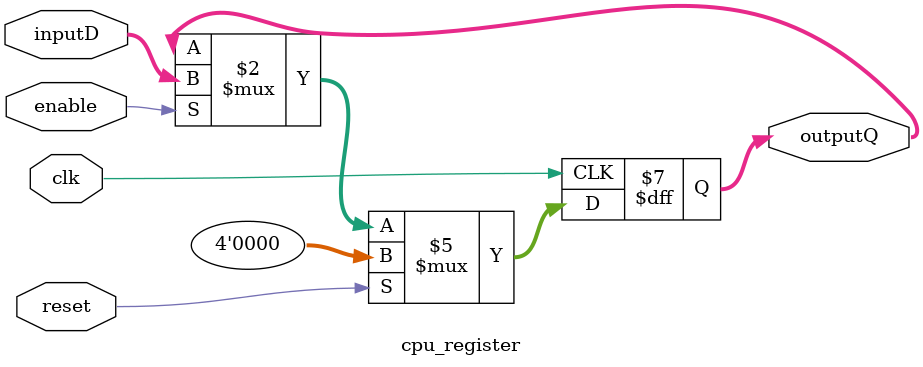
<source format=v>

module cpu_register (
	input clk,	// clock
	input reset,	// set register to 0000
	input enable,	// controls when to load new data
	input [3:0] inputD,	// D: value from the bus
	output reg [3:0] outputQ 	// Q: stored register value
	);
	
	// Sequential logic
	always @(posedge clk) begin
		if (reset)
			outputQ <= 4'b0000;
		else if (enable)
			outputQ <= inputD;	// load new BUS value
		// defaults to retain Q if else
	end
	
endmodule
</source>
